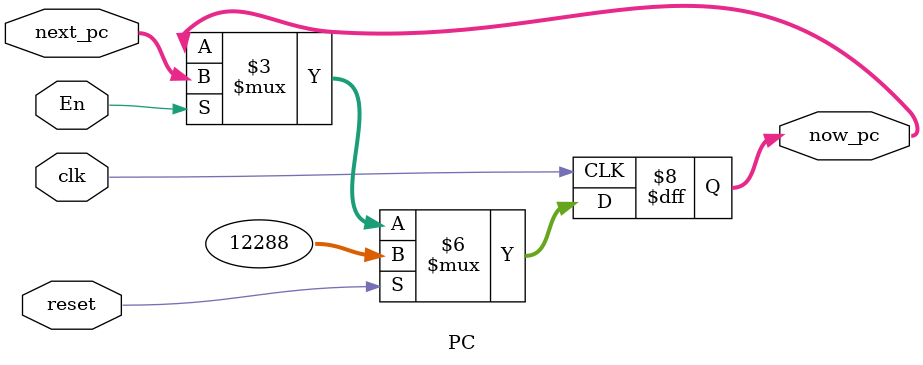
<source format=v>
`timescale 1ns / 1ps

module PC(clk, reset, next_pc, now_pc, En);
	
	input [31:0] next_pc;
	input clk, reset, En;
	
	output reg [31:0] now_pc;
	
	initial begin
		now_pc = 32'h0000_3000;
	end
	
	always @(posedge clk) begin
		if (reset)
			now_pc <= 32'h0000_3000;
		else if (En)
			now_pc <= next_pc;
	end

endmodule

</source>
